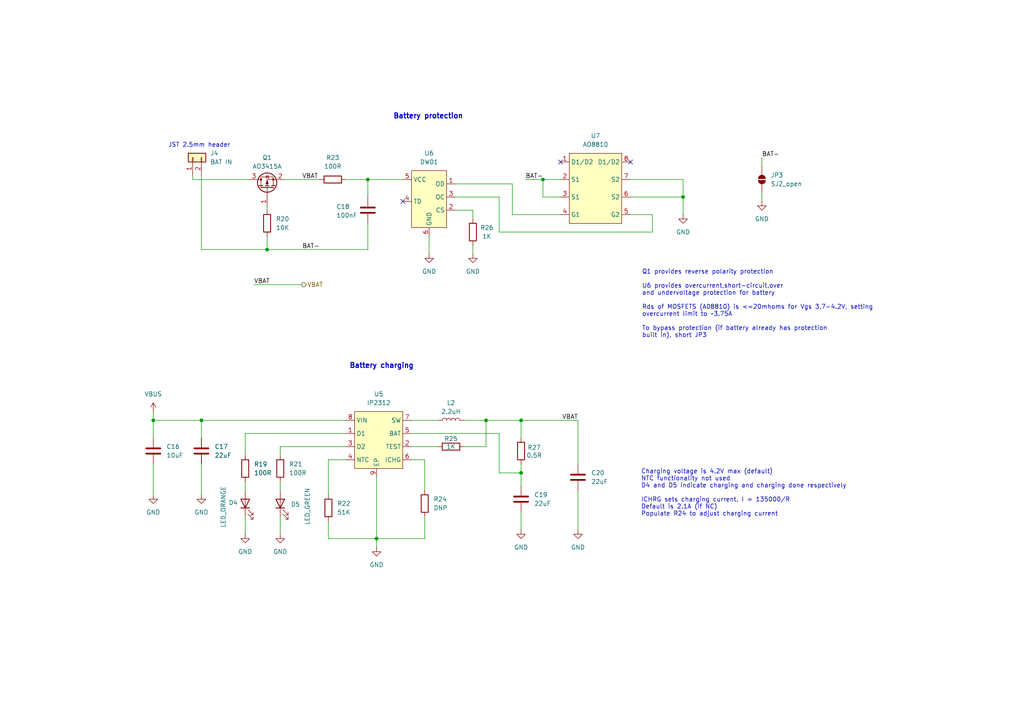
<source format=kicad_sch>
(kicad_sch (version 20231120) (generator "eeschema") (generator_version "8.0")
  (paper "A4")
  (lib_symbols
    (symbol "Connector_Generic:Conn_01x02" (pin_names (offset 1.016) hide)
      (property "Reference" "J" (at 0 2.54 0))
      (property "Value" "Conn_01x02" (at 0 -5.08 0))
      (symbol "Conn_01x02_1_1"
        (rectangle (start -1.27 -2.413) (end 0 -2.667) (stroke (width 0.1524)))
        (rectangle (start -1.27 0.127) (end 0 -0.127) (stroke (width 0.1524)))
        (rectangle (start -1.27 1.27) (end 1.27 -3.81) (stroke (width 0.254)) (fill (type background)))
        (pin passive line (at -5.08 0 0) (length 3.81) (name "Pin_1") (number "1"))
        (pin passive line (at -5.08 -2.54 0) (length 3.81) (name "Pin_2") (number "2"))
      )
    )
    (symbol "Device:C" (pin_numbers hide) (pin_names (offset 0.254))
      (property "Reference" "C" (at 0.635 2.54 0))
      (property "Value" "C" (at 0.635 -2.54 0))
      (symbol "C_0_1"
        (polyline (pts (xy -2.032 -0.762) (xy 2.032 -0.762)) (stroke (width 0.508)))
        (polyline (pts (xy -2.032 0.762) (xy 2.032 0.762)) (stroke (width 0.508)))
      )
      (symbol "C_1_1"
        (pin passive line (at 0 3.81 270) (length 2.794) (name "~") (number "1"))
        (pin passive line (at 0 -3.81 90) (length 2.794) (name "~") (number "2"))
      )
    )
    (symbol "Device:L" (pin_numbers hide) (pin_names (offset 1.016) hide)
      (property "Reference" "L" (at -1.27 0 90))
      (property "Value" "L" (at 1.905 0 90))
      (symbol "L_0_1"
        (arc (start 0 -2.54) (mid 0.6323 -1.905) (end 0 -1.27))
        (arc (start 0 -1.27) (mid 0.6323 -0.635) (end 0 0))
        (arc (start 0 0) (mid 0.6323 0.635) (end 0 1.27))
        (arc (start 0 1.27) (mid 0.6323 1.905) (end 0 2.54))
      )
      (symbol "L_1_1"
        (pin passive line (at 0 3.81 270) (length 1.27) (name "1") (number "1"))
        (pin passive line (at 0 -3.81 90) (length 1.27) (name "2") (number "2"))
      )
    )
    (symbol "Device:LED" (pin_numbers hide) (pin_names (offset 1.016) hide)
      (property "Reference" "D" (at 0 2.54 0))
      (property "Value" "LED" (at 0 -2.54 0))
      (symbol "LED_0_1"
        (polyline (pts (xy -1.27 -1.27) (xy -1.27 1.27)) (stroke (width 0.254)))
        (polyline (pts (xy -1.27 0) (xy 1.27 0)))
        (polyline (pts (xy 1.27 -1.27) (xy 1.27 1.27) (xy -1.27 0) (xy 1.27 -1.27)) (stroke (width 0.254)))
        (polyline (pts (xy -3.048 -0.762) (xy -4.572 -2.286) (xy -3.81 -2.286) (xy -4.572 -2.286) (xy -4.572 -1.524)))
        (polyline (pts (xy -1.778 -0.762) (xy -3.302 -2.286) (xy -2.54 -2.286) (xy -3.302 -2.286) (xy -3.302 -1.524)))
      )
      (symbol "LED_1_1"
        (pin passive line (at -3.81 0 0) (length 2.54) (name "K") (number "1"))
        (pin passive line (at 3.81 0 180) (length 2.54) (name "A") (number "2"))
      )
    )
    (symbol "Device:Q_PMOS_GSD" (pin_names (offset 0) hide)
      (property "Reference" "Q" (at 5.08 1.27 0))
      (property "Value" "Q_PMOS_GSD" (at 5.08 -1.27 0))
      (symbol "Q_PMOS_GSD_0_1"
        (polyline (pts (xy 0.254 0) (xy -2.54 0)))
        (polyline (pts (xy 0.254 1.905) (xy 0.254 -1.905)) (stroke (width 0.254)))
        (polyline (pts (xy 0.762 -1.27) (xy 0.762 -2.286)) (stroke (width 0.254)))
        (polyline (pts (xy 0.762 0.508) (xy 0.762 -0.508)) (stroke (width 0.254)))
        (polyline (pts (xy 0.762 2.286) (xy 0.762 1.27)) (stroke (width 0.254)))
        (polyline (pts (xy 2.54 2.54) (xy 2.54 1.778)))
        (polyline (pts (xy 2.54 -2.54) (xy 2.54 0) (xy 0.762 0)))
        (polyline (pts (xy 0.762 1.778) (xy 3.302 1.778) (xy 3.302 -1.778) (xy 0.762 -1.778)))
        (polyline (pts (xy 2.286 0) (xy 1.27 0.381) (xy 1.27 -0.381) (xy 2.286 0)) (fill (type outline)))
        (polyline (pts (xy 2.794 -0.508) (xy 2.921 -0.381) (xy 3.683 -0.381) (xy 3.81 -0.254)))
        (polyline (pts (xy 3.302 -0.381) (xy 2.921 0.254) (xy 3.683 0.254) (xy 3.302 -0.381)))
        (circle (center 1.651 0) (radius 2.794) (stroke (width 0.254)))
        (circle (center 2.54 -1.778) (radius 0.254) (fill (type outline)))
        (circle (center 2.54 1.778) (radius 0.254) (fill (type outline)))
      )
      (symbol "Q_PMOS_GSD_1_1"
        (pin input line (at -5.08 0 0) (length 2.54) (name "G") (number "1"))
        (pin passive line (at 2.54 -5.08 90) (length 2.54) (name "S") (number "2"))
        (pin passive line (at 2.54 5.08 270) (length 2.54) (name "D") (number "3"))
      )
    )
    (symbol "Device:R" (pin_numbers hide) (pin_names (offset 0))
      (property "Reference" "R" (at 2.032 0 90))
      (property "Value" "R" (at 0 0 90))
      (symbol "R_0_1"
        (rectangle (start -1.016 -2.54) (end 1.016 2.54) (stroke (width 0.254)))
      )
      (symbol "R_1_1"
        (pin passive line (at 0 3.81 270) (length 1.27) (name "~") (number "1"))
        (pin passive line (at 0 -3.81 90) (length 1.27) (name "~") (number "2"))
      )
    )
    (symbol "Jumper:SolderJumper_2_Open" (pin_numbers hide) (pin_names (offset 0) hide) (exclude_from_sim yes) (in_bom no)
      (property "Reference" "JP" (at 0 2.032 0))
      (property "Value" "SolderJumper_2_Open" (at 0 -2.54 0))
      (symbol "SolderJumper_2_Open_0_1"
        (arc (start -0.254 1.016) (mid -1.2656 0) (end -0.254 -1.016))
        (arc (start -0.254 1.016) (mid -1.2656 0) (end -0.254 -1.016) (fill (type outline)))
        (polyline (pts (xy -0.254 1.016) (xy -0.254 -1.016)))
        (polyline (pts (xy 0.254 1.016) (xy 0.254 -1.016)))
        (arc (start 0.254 -1.016) (mid 1.2656 0) (end 0.254 1.016))
        (arc (start 0.254 -1.016) (mid 1.2656 0) (end 0.254 1.016) (fill (type outline)))
      )
      (symbol "SolderJumper_2_Open_1_1"
        (pin passive line (at -3.81 0 0) (length 2.54) (name "A") (number "1"))
        (pin passive line (at 3.81 0 180) (length 2.54) (name "B") (number "2"))
      )
    )
    (symbol "custom:DUAL_NMOS"
      (property "Reference" "U" (at 0 13.716 0))
      (property "Value" "DUAL_NMOS" (at 0 11.684 0))
      (symbol "DUAL_NMOS_1_1"
        (rectangle (start -7.62 10.16) (end 7.62 -10.16) (fill (type background)))
        (pin passive line (at -10.16 7.62 0) (length 2.54) (name "D1/D2") (number "1"))
        (pin passive line (at -10.16 2.54 0) (length 2.54) (name "S1") (number "2"))
        (pin passive line (at -10.16 -2.54 0) (length 2.54) (name "S1") (number "3"))
        (pin passive line (at -10.16 -7.62 0) (length 2.54) (name "G1") (number "4"))
        (pin passive line (at 10.16 -7.62 180) (length 2.54) (name "G2") (number "5"))
        (pin passive line (at 10.16 -2.54 180) (length 2.54) (name "S2") (number "6"))
        (pin passive line (at 10.16 2.54 180) (length 2.54) (name "S2") (number "7"))
        (pin passive line (at 10.16 7.62 180) (length 2.54) (name "D1/D2") (number "8"))
      )
    )
    (symbol "custom:DW01"
      (property "Reference" "U" (at 0 11.176 0))
      (property "Value" "DW01" (at 0 9.144 0))
      (symbol "DW01_1_1"
        (rectangle (start -5.08 7.62) (end 5.08 -8.89) (fill (type background)))
        (pin output line (at 7.62 3.81 180) (length 2.54) (name "OD") (number "1"))
        (pin input line (at 7.62 -3.81 180) (length 2.54) (name "CS") (number "2"))
        (pin output line (at 7.62 0 180) (length 2.54) (name "OC") (number "3"))
        (pin output line (at -7.62 -1.27 0) (length 2.54) (name "TD") (number "4"))
        (pin power_in line (at -7.62 5.08 0) (length 2.54) (name "VCC") (number "5"))
        (pin power_in line (at 0 -11.43 90) (length 2.54) (name "GND") (number "6"))
      )
    )
    (symbol "custom:IP2312"
      (property "Reference" "U" (at 0 10.668 0))
      (property "Value" "IP2312" (at 0.254 8.636 0))
      (symbol "IP2312_1_1"
        (rectangle (start -6.35 7.62) (end 7.62 -8.89) (fill (type background)))
        (pin output line (at -8.89 1.27 0) (length 2.54) (name "D1") (number "1"))
        (pin input line (at 10.16 -2.54 180) (length 2.54) (name "TEST") (number "2"))
        (pin output line (at -8.89 -2.54 0) (length 2.54) (name "D2") (number "3"))
        (pin input line (at -8.89 -6.35 0) (length 2.54) (name "NTC") (number "4"))
        (pin power_in line (at 10.16 1.27 180) (length 2.54) (name "BAT") (number "5"))
        (pin input line (at 10.16 -6.35 180) (length 2.54) (name "ICHG") (number "6"))
        (pin power_out line (at 10.16 5.08 180) (length 2.54) (name "SW") (number "7"))
        (pin power_in line (at -8.89 5.08 0) (length 2.54) (name "VIN") (number "8"))
        (pin power_in line (at 0 -11.43 90) (length 2.54) (name "EP") (number "9"))
      )
    )
    (symbol "power:GND" (power) (pin_numbers hide) (pin_names (offset 0) hide)
      (property "Value" "GND" (at 0 -3.81 0))
      (symbol "GND_0_1"
        (polyline (pts (xy 0 0) (xy 0 -1.27) (xy 1.27 -1.27) (xy 0 -2.54) (xy -1.27 -1.27) (xy 0 -1.27)))
      )
      (symbol "GND_1_1"
        (pin power_in line (at 0 0 270) (length 0) (name "~") (number "1"))
      )
    )
    (symbol "power:VBUS" (power) (pin_numbers hide) (pin_names (offset 0) hide)
      (property "Value" "VBUS" (at 0 3.556 0))
      (symbol "VBUS_0_1"
        (polyline (pts (xy -0.762 1.27) (xy 0 2.54)))
        (polyline (pts (xy 0 0) (xy 0 2.54)))
        (polyline (pts (xy 0 2.54) (xy 0.762 1.27)))
      )
      (symbol "VBUS_1_1"
        (pin power_in line (at 0 0 90) (length 0) (name "~") (number "1"))
      )
    )
  )
  (junction (at 109.22 156.21))
  (junction (at 44.45 121.92))
  (junction (at 198.12 57.15))
  (junction (at 58.42 121.92))
  (junction (at 151.13 137.16))
  (junction (at 151.13 121.92))
  (junction (at 77.47 72.39))
  (junction (at 157.48 52.07))
  (junction (at 140.97 121.92))
  (junction (at 106.68 52.07))
  (no_connect (at 162.56 46.99))
  (no_connect (at 182.88 46.99))
  (no_connect (at 116.84 58.42))
  (wire (pts (xy 144.78 67.31) (xy 189.23 67.31)))
  (wire (pts (xy 134.62 121.92) (xy 140.97 121.92)))
  (wire (pts (xy 71.12 125.73) (xy 71.12 132.08)))
  (wire (pts (xy 123.19 133.35) (xy 123.19 142.24)))
  (wire (pts (xy 151.13 137.16) (xy 151.13 140.97)))
  (wire (pts (xy 100.33 52.07) (xy 106.68 52.07)))
  (wire (pts (xy 109.22 156.21) (xy 123.19 156.21)))
  (wire (pts (xy 151.13 148.59) (xy 151.13 153.67)))
  (wire (pts (xy 132.08 57.15) (xy 144.78 57.15)))
  (wire (pts (xy 44.45 121.92) (xy 58.42 121.92)))
  (wire (pts (xy 119.38 129.54) (xy 127 129.54)))
  (wire (pts (xy 151.13 121.92) (xy 167.64 121.92)))
  (wire (pts (xy 198.12 57.15) (xy 198.12 62.23)))
  (wire (pts (xy 58.42 72.39) (xy 77.47 72.39)))
  (wire (pts (xy 157.48 52.07) (xy 157.48 57.15)))
  (wire (pts (xy 137.16 60.96) (xy 137.16 63.5)))
  (wire (pts (xy 44.45 134.62) (xy 44.45 143.51)))
  (wire (pts (xy 44.45 121.92) (xy 44.45 127)))
  (wire (pts (xy 144.78 125.73) (xy 144.78 137.16)))
  (wire (pts (xy 137.16 71.12) (xy 137.16 73.66)))
  (wire (pts (xy 151.13 121.92) (xy 151.13 127)))
  (wire (pts (xy 77.47 68.58) (xy 77.47 72.39)))
  (wire (pts (xy 157.48 52.07) (xy 162.56 52.07)))
  (wire (pts (xy 77.47 72.39) (xy 106.68 72.39)))
  (wire (pts (xy 58.42 50.8) (xy 58.42 72.39)))
  (wire (pts (xy 55.88 50.8) (xy 55.88 52.07)))
  (wire (pts (xy 124.46 68.58) (xy 124.46 73.66)))
  (wire (pts (xy 132.08 60.96) (xy 137.16 60.96)))
  (wire (pts (xy 95.25 151.13) (xy 95.25 156.21)))
  (wire (pts (xy 58.42 134.62) (xy 58.42 143.51)))
  (wire (pts (xy 109.22 156.21) (xy 109.22 158.75)))
  (wire (pts (xy 134.62 129.54) (xy 140.97 129.54)))
  (wire (pts (xy 119.38 121.92) (xy 127 121.92)))
  (wire (pts (xy 73.66 82.55) (xy 87.63 82.55)))
  (wire (pts (xy 198.12 52.07) (xy 198.12 57.15)))
  (wire (pts (xy 148.59 53.34) (xy 148.59 62.23)))
  (wire (pts (xy 71.12 139.7) (xy 71.12 142.24)))
  (wire (pts (xy 182.88 57.15) (xy 198.12 57.15)))
  (wire (pts (xy 81.28 132.08) (xy 81.28 129.54)))
  (wire (pts (xy 58.42 121.92) (xy 100.33 121.92)))
  (wire (pts (xy 152.4 52.07) (xy 157.48 52.07)))
  (wire (pts (xy 71.12 125.73) (xy 100.33 125.73)))
  (wire (pts (xy 220.98 45.72) (xy 220.98 48.26)))
  (wire (pts (xy 109.22 138.43) (xy 109.22 156.21)))
  (wire (pts (xy 144.78 137.16) (xy 151.13 137.16)))
  (wire (pts (xy 58.42 121.92) (xy 58.42 127)))
  (wire (pts (xy 140.97 121.92) (xy 140.97 129.54)))
  (wire (pts (xy 148.59 62.23) (xy 162.56 62.23)))
  (wire (pts (xy 151.13 134.62) (xy 151.13 137.16)))
  (wire (pts (xy 119.38 125.73) (xy 144.78 125.73)))
  (wire (pts (xy 123.19 149.86) (xy 123.19 156.21)))
  (wire (pts (xy 81.28 139.7) (xy 81.28 142.24)))
  (wire (pts (xy 106.68 64.77) (xy 106.68 72.39)))
  (wire (pts (xy 140.97 121.92) (xy 151.13 121.92)))
  (wire (pts (xy 77.47 59.69) (xy 77.47 60.96)))
  (wire (pts (xy 44.45 119.38) (xy 44.45 121.92)))
  (wire (pts (xy 95.25 133.35) (xy 100.33 133.35)))
  (wire (pts (xy 144.78 57.15) (xy 144.78 67.31)))
  (wire (pts (xy 55.88 52.07) (xy 72.39 52.07)))
  (wire (pts (xy 189.23 62.23) (xy 189.23 67.31)))
  (wire (pts (xy 182.88 52.07) (xy 198.12 52.07)))
  (wire (pts (xy 119.38 133.35) (xy 123.19 133.35)))
  (wire (pts (xy 95.25 133.35) (xy 95.25 143.51)))
  (wire (pts (xy 71.12 149.86) (xy 71.12 154.94)))
  (wire (pts (xy 81.28 129.54) (xy 100.33 129.54)))
  (wire (pts (xy 132.08 53.34) (xy 148.59 53.34)))
  (wire (pts (xy 182.88 62.23) (xy 189.23 62.23)))
  (wire (pts (xy 106.68 52.07) (xy 106.68 57.15)))
  (wire (pts (xy 167.64 142.24) (xy 167.64 153.67)))
  (wire (pts (xy 220.98 55.88) (xy 220.98 58.42)))
  (wire (pts (xy 82.55 52.07) (xy 92.71 52.07)))
  (wire (pts (xy 157.48 57.15) (xy 162.56 57.15)))
  (wire (pts (xy 106.68 52.07) (xy 116.84 52.07)))
  (wire (pts (xy 167.64 121.92) (xy 167.64 134.62)))
  (wire (pts (xy 95.25 156.21) (xy 109.22 156.21)))
  (wire (pts (xy 81.28 149.86) (xy 81.28 154.94)))
  (text "Charging voltage is 4.2V max (default)\nNTC functionality not used\nD4 and D5 indicate charging and charging done respectively\n\nICHRG sets charging current, I = 135000/R\nDefault is 2.1A (if NC)\nPopulate R24 to adjust charging current\n\n" (at 185.928 144.018 0) (effects (font (size 1.27 1.27)) (justify left)))
  (text "Battery charging " (at 111.252 106.172 0) (effects (font (size 1.47 1.47) (thickness 0.294) (bold yes))))
  (text "JST 2.5mm header" (at 48.768 42.164 0) (effects (font (size 1.27 1.27)) (justify left)))
  (text "Battery protection" (at 124.206 33.782 0) (effects (font (size 1.47 1.47) (thickness 0.294) (bold yes))))
  (text "Q1 provides reverse polarity protection\n\nU6 provides overcurrent,short-circuit,over\nand undervoltage protection for battery\n\nRds of MOSFETS (A08810) is <=20mhoms for Vgs 3.7-4.2V, setting \novercurrent limit to ~3.75A\n\nTo bypass protection (if battery already has protection\nbuilt in), short JP3\n" (at 186.182 88.138 0) (effects (font (size 1.27 1.27)) (justify left)))
  (label "VBAT" (at 87.63 52.07 0))
  (label "BAT-" (at 87.63 72.39 0))
  (label "BAT-" (at 152.4 52.07 0))
  (label "BAT-" (at 220.98 45.72 0))
  (label "VBAT" (at 73.66 82.55 0))
  (label "VBAT" (at 167.64 121.92 180))
  (hierarchical_label "VBAT" (shape output) (at 87.63 82.55 0))
  (symbol (lib_id "Device:L") (at 130.81 121.92 90) (unit 1)
    (property "Reference" "L2" (at 130.81 116.84 90))
    (property "Value" "2.2uH" (at 130.81 119.38 90))
    (property "Footprint" "Inductor_SMD:L_Sunlord_MWSA0503S" (effects (hide yes)))
    (property "Datasheet" "https://www.lcsc.com/datasheet/lcsc_datasheet_2404260921_cjiang--Changjiang-Microelectronics-Tech-FXL0530-1R0-M_C475517.pdf" (effects (hide yes)))
    (property "Description" " 7A 2.2uH Integrated molded inductor ±20% 7.5A SMD,5.2x5.4mm Power Inductors ROHS" (effects (hide yes)))
  )
  (symbol (lib_id "Device:R") (at 95.25 147.32 0) (unit 1)
    (property "Reference" "R22" (at 97.79 146.0499 0) (effects (justify left)))
    (property "Value" "51K" (at 97.79 148.5899 0) (effects (justify left)))
    (property "Footprint" "Resistor_SMD:R_0603_1608Metric" (effects (hide yes)))
    (property "Description" "Resistor" (effects (hide yes)))
  )
  (symbol (lib_id "Device:R") (at 96.52 52.07 270) (unit 1)
    (property "Reference" "R23" (at 96.52 45.72 90))
    (property "Value" "100R" (at 96.52 48.26 90))
    (property "Footprint" "Resistor_SMD:R_0603_1608Metric" (effects (hide yes)))
    (property "Description" "Resistor" (effects (hide yes)))
  )
  (symbol (lib_id "Device:R") (at 123.19 146.05 180) (unit 1)
    (property "Reference" "R24" (at 125.73 144.7799 0) (effects (justify right)))
    (property "Value" "DNP" (at 125.73 147.3199 0) (effects (justify right)))
    (property "Footprint" "Resistor_SMD:R_0805_2012Metric" (effects (hide yes)))
    (property "Description" "Resistor" (effects (hide yes)))
  )
  (symbol (lib_id "power:GND") (at 71.12 154.94 0) (unit 1)
    (property "Reference" "#PWR041" (effects (hide yes)))
    (property "Value" "GND" (at 71.12 160.02 0))
    (property "Description" "Power symbol creates a global label with name \"GND\" , ground" (effects (hide yes)))
  )
  (symbol (lib_id "Device:C") (at 167.64 138.43 0) (unit 1)
    (property "Reference" "C20" (at 171.45 137.1599 0) (effects (justify left)))
    (property "Value" "22uF	" (at 171.45 139.6999 0) (effects (justify left)))
    (property "Footprint" "Capacitor_SMD:C_0805_2012Metric" (effects (hide yes)))
    (property "Description" "Unpolarized capacitor" (effects (hide yes)))
  )
  (symbol (lib_id "Device:R") (at 137.16 67.31 0) (unit 1)
    (property "Reference" "R26" (at 141.224 66.04 0))
    (property "Value" "1K" (at 141.224 68.58 0))
    (property "Footprint" "Resistor_SMD:R_0603_1608Metric" (effects (hide yes)))
    (property "Description" "Resistor" (effects (hide yes)))
  )
  (symbol (lib_id "Device:LED") (at 71.12 146.05 90) (unit 1)
    (property "Reference" "D4" (at 66.294 145.796 90) (effects (justify right)))
    (property "Value" "LED_ORANGE" (at 64.77 140.97 0) (effects (justify right)))
    (property "Footprint" "LED_SMD:LED_0603_1608Metric" (effects (hide yes)))
    (property "Description" "Light emitting diode" (effects (hide yes)))
  )
  (symbol (lib_id "power:GND") (at 44.45 143.51 0) (unit 1)
    (property "Reference" "#PWR039" (effects (hide yes)))
    (property "Value" "GND" (at 44.45 148.59 0))
    (property "Description" "Power symbol creates a global label with name \"GND\" , ground" (effects (hide yes)))
  )
  (symbol (lib_id "Device:R") (at 77.47 64.77 0) (unit 1)
    (property "Reference" "R20" (at 80.01 63.4999 0) (effects (justify left)))
    (property "Value" "10K" (at 80.01 66.0399 0) (effects (justify left)))
    (property "Footprint" "Resistor_SMD:R_0603_1608Metric" (effects (hide yes)))
    (property "Description" "Resistor" (effects (hide yes)))
  )
  (symbol (lib_id "Device:C") (at 151.13 144.78 0) (unit 1)
    (property "Reference" "C19" (at 154.94 143.5099 0) (effects (justify left)))
    (property "Value" "22uF	" (at 154.94 146.0499 0) (effects (justify left)))
    (property "Footprint" "Capacitor_SMD:C_0805_2012Metric" (effects (hide yes)))
    (property "Description" "Unpolarized capacitor" (effects (hide yes)))
  )
  (symbol (lib_id "power:GND") (at 167.64 153.67 0) (unit 1)
    (property "Reference" "#PWR047" (effects (hide yes)))
    (property "Value" "GND" (at 167.64 158.75 0))
    (property "Description" "Power symbol creates a global label with name \"GND\" , ground" (effects (hide yes)))
  )
  (symbol (lib_id "power:GND") (at 124.46 73.66 0) (unit 1)
    (property "Reference" "#PWR044" (effects (hide yes)))
    (property "Value" "GND" (at 124.46 78.74 0))
    (property "Description" "Power symbol creates a global label with name \"GND\" , ground" (effects (hide yes)))
  )
  (symbol (lib_id "power:GND") (at 81.28 154.94 0) (unit 1)
    (property "Reference" "#PWR042" (effects (hide yes)))
    (property "Value" "GND" (at 81.28 160.02 0))
    (property "Description" "Power symbol creates a global label with name \"GND\" , ground" (effects (hide yes)))
  )
  (symbol (lib_id "power:GND") (at 220.98 58.42 0) (unit 1)
    (property "Reference" "#PWR049" (effects (hide yes)))
    (property "Value" "GND" (at 220.98 63.5 0))
    (property "Description" "Power symbol creates a global label with name \"GND\" , ground" (effects (hide yes)))
  )
  (symbol (lib_id "Device:R") (at 71.12 135.89 180) (unit 1)
    (property "Reference" "R19" (at 73.66 134.6199 0) (effects (justify right)))
    (property "Value" "100R" (at 73.66 137.1599 0) (effects (justify right)))
    (property "Footprint" "Resistor_SMD:R_0603_1608Metric" (effects (hide yes)))
    (property "Description" "Resistor" (effects (hide yes)))
  )
  (symbol (lib_id "Device:C") (at 106.68 60.96 0) (unit 1)
    (property "Reference" "C18" (at 97.536 59.944 0) (effects (justify left)))
    (property "Value" "100nF" (at 97.536 62.484 0) (effects (justify left)))
    (property "Footprint" "Capacitor_SMD:C_0603_1608Metric" (effects (hide yes)))
    (property "Description" "Unpolarized capacitor" (effects (hide yes)))
  )
  (symbol (lib_id "power:GND") (at 151.13 153.67 0) (unit 1)
    (property "Reference" "#PWR046" (effects (hide yes)))
    (property "Value" "GND" (at 151.13 158.75 0))
    (property "Description" "Power symbol creates a global label with name \"GND\" , ground" (effects (hide yes)))
  )
  (symbol (lib_id "Connector_Generic:Conn_01x02") (at 55.88 45.72 90) (unit 1)
    (property "Reference" "J4" (at 60.96 44.4499 90) (effects (justify right)))
    (property "Value" "BAT IN" (at 60.96 46.9899 90) (effects (justify right)))
    (property "Footprint" "Connector_PinHeader_2.54mm:PinHeader_1x02_P2.54mm_Vertical" (effects (hide yes)))
    (property "Description" "Generic connector, single row, 01x02, script generated (kicad-library-utils/schlib/autogen/connector/)" (effects (hide yes)))
  )
  (symbol (lib_id "custom:DW01") (at 124.46 57.15 0) (unit 1)
    (property "Reference" "U6" (at 124.46 44.45 0))
    (property "Value" "DW01" (at 124.46 46.99 0))
    (property "Footprint" "Package_TO_SOT_SMD:SOT-23-6" (effects (hide yes)))
    (property "Datasheet" "https://cdn.sparkfun.com/assets/learn_tutorials/2/5/1/DW01-P_DataSheet_V10.pdf" (effects (hide yes)))
    (property "Description" "One Cell Lithium-ion/Polymer Battery Protection IC" (effects (hide yes)))
  )
  (symbol (lib_id "power:GND") (at 109.22 158.75 0) (unit 1)
    (property "Reference" "#PWR043" (effects (hide yes)))
    (property "Value" "GND" (at 109.22 163.83 0))
    (property "Description" "Power symbol creates a global label with name \"GND\" , ground" (effects (hide yes)))
  )
  (symbol (lib_id "Device:LED") (at 81.28 146.05 90) (unit 1)
    (property "Reference" "D5" (at 84.328 146.304 90) (effects (justify right)))
    (property "Value" "LED_GREEN" (at 89.154 141.478 0) (effects (justify right)))
    (property "Footprint" "LED_SMD:LED_0603_1608Metric" (effects (hide yes)))
    (property "Description" "Light emitting diode" (effects (hide yes)))
  )
  (symbol (lib_id "power:GND") (at 137.16 73.66 0) (unit 1)
    (property "Reference" "#PWR045" (effects (hide yes)))
    (property "Value" "GND" (at 137.16 78.74 0))
    (property "Description" "Power symbol creates a global label with name \"GND\" , ground" (effects (hide yes)))
  )
  (symbol (lib_id "power:GND") (at 58.42 143.51 0) (unit 1)
    (property "Reference" "#PWR040" (effects (hide yes)))
    (property "Value" "GND" (at 58.42 148.59 0))
    (property "Description" "Power symbol creates a global label with name \"GND\" , ground" (effects (hide yes)))
  )
  (symbol (lib_id "custom:DUAL_NMOS") (at 172.72 54.61 0) (unit 1)
    (property "Reference" "U7" (at 172.72 39.37 0))
    (property "Value" "AO8810" (at 172.72 41.91 0))
    (property "Footprint" "Package_SO:TSSOP-8_4.4x3mm_P0.65mm" (effects (hide yes)))
    (property "Datasheet" "https://www.lcsc.com/datasheet/lcsc_datasheet_1810091810_Alpha---Omega-Semicon-AO8810_C21426.pdf" (effects (hide yes)))
    (property "Description" "Dual N-Channel MOSFET " (effects (hide yes)))
  )
  (symbol (lib_id "Device:C") (at 44.45 130.81 0) (unit 1)
    (property "Reference" "C16" (at 48.26 129.5399 0) (effects (justify left)))
    (property "Value" "10uF" (at 48.26 132.0799 0) (effects (justify left)))
    (property "Footprint" "Capacitor_SMD:C_0805_2012Metric" (effects (hide yes)))
    (property "Description" "Unpolarized capacitor" (effects (hide yes)))
  )
  (symbol (lib_id "Device:R") (at 151.13 130.81 180) (unit 1)
    (property "Reference" "R27" (at 154.94 129.794 0))
    (property "Value" "0.5R" (at 154.94 132.08 0))
    (property "Footprint" "Resistor_SMD:R_0805_2012Metric" (effects (hide yes)))
    (property "Description" "Resistor" (effects (hide yes)))
  )
  (symbol (lib_id "Device:C") (at 58.42 130.81 0) (unit 1)
    (property "Reference" "C17" (at 62.23 129.5399 0) (effects (justify left)))
    (property "Value" "22uF	" (at 62.23 132.0799 0) (effects (justify left)))
    (property "Footprint" "Capacitor_SMD:C_0805_2012Metric" (effects (hide yes)))
    (property "Description" "Unpolarized capacitor" (effects (hide yes)))
  )
  (symbol (lib_id "Device:Q_PMOS_GSD") (at 77.47 54.61 90) (unit 1)
    (property "Reference" "Q1" (at 77.47 45.72 90))
    (property "Value" "AO3415A" (at 77.47 48.26 90))
    (property "Footprint" "Package_TO_SOT_SMD:SOT-23" (effects (hide yes)))
    (property "Datasheet" "https://www.lcsc.com/product-detail/MOSFETs_Alpha-Omega-Semicon-AO3415A_C133233.html" (effects (hide yes)))
    (property "Description" "P-MOSFET transistor, gate/source/drain" (effects (hide yes)))
  )
  (symbol (lib_id "Jumper:SolderJumper_2_Open") (at 220.98 52.07 90) (unit 1) (exclude_from_sim yes) (in_bom no)
    (property "Reference" "JP3" (at 223.52 50.7999 90) (effects (justify right)))
    (property "Value" "SJ2_open" (at 223.52 53.3399 90) (effects (justify right)))
    (property "Footprint" "Jumper:SolderJumper-2_P1.3mm_Open_RoundedPad1.0x1.5mm" (effects (hide yes)))
    (property "Description" "Solder Jumper, 2-pole, open" (effects (hide yes)))
  )
  (symbol (lib_id "power:GND") (at 198.12 62.23 0) (unit 1)
    (property "Reference" "#PWR048" (effects (hide yes)))
    (property "Value" "GND" (at 198.12 67.31 0))
    (property "Description" "Power symbol creates a global label with name \"GND\" , ground" (effects (hide yes)))
  )
  (symbol (lib_id "custom:IP2312") (at 109.22 127 0) (unit 1)
    (property "Reference" "U5" (at 109.855 114.3 0))
    (property "Value" "IP2312" (at 109.855 116.84 0))
    (property "Footprint" "Package_SO:HSOP-8-1EP_3.9x4.9mm_P1.27mm_EP2.3x2.3mm" (effects (hide yes)))
    (property "Datasheet" "https://www.lcsc.com/datasheet/lcsc_datasheet_2009081935_INJOINIC-IP2312U-VSET_C605432.pdf" (effects (hide yes)))
    (property "Description" "SOP-8-EP Battery Management ROHS " (effects (hide yes)))
  )
  (symbol (lib_id "Device:R") (at 81.28 135.89 180) (unit 1)
    (property "Reference" "R21" (at 83.82 134.6199 0) (effects (justify right)))
    (property "Value" "100R" (at 83.82 137.1599 0) (effects (justify right)))
    (property "Footprint" "Resistor_SMD:R_0603_1608Metric" (effects (hide yes)))
    (property "Description" "Resistor" (effects (hide yes)))
  )
  (symbol (lib_id "Device:R") (at 130.81 129.54 90) (unit 1)
    (property "Reference" "R25" (at 130.81 127.254 90))
    (property "Value" "1K" (at 130.81 129.54 90))
    (property "Footprint" "Resistor_SMD:R_0603_1608Metric" (effects (hide yes)))
    (property "Description" "Resistor" (effects (hide yes)))
  )
  (symbol (lib_id "power:VBUS") (at 44.45 119.38 0) (unit 1)
    (property "Reference" "#PWR038" (effects (hide yes)))
    (property "Value" "VBUS" (at 44.45 114.3 0))
    (property "Description" "Power symbol creates a global label with name \"VBUS\"" (effects (hide yes)))
  )
)
</source>
